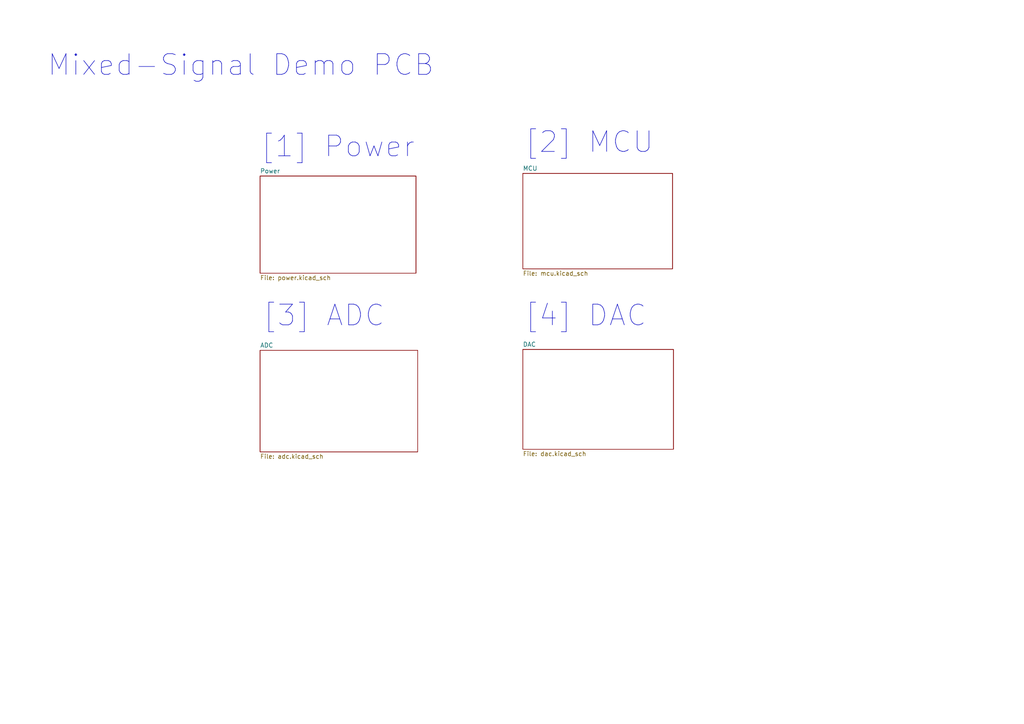
<source format=kicad_sch>
(kicad_sch
	(version 20231120)
	(generator "eeschema")
	(generator_version "8.0")
	(uuid "dc1e796d-d6ca-4eeb-b725-72531775b7cc")
	(paper "A4")
	(title_block
		(title "Mixed-Signal Demo PCB")
		(date "2024-07-31")
		(rev "0.1")
		(company "Ricardo Cárdenes")
	)
	(lib_symbols)
	(text "[2] MCU"
		(exclude_from_sim no)
		(at 170.942 41.402 0)
		(effects
			(font
				(size 6 6)
			)
		)
		(uuid "0370b6ca-77c1-4f15-a193-641930da01fe")
	)
	(text "[1] Power"
		(exclude_from_sim no)
		(at 98.044 42.672 0)
		(effects
			(font
				(size 6 6)
			)
		)
		(uuid "2b486cde-d811-4c87-8fa4-47d7a716170b")
	)
	(text "[3] ADC"
		(exclude_from_sim no)
		(at 93.98 91.694 0)
		(effects
			(font
				(size 6 6)
			)
		)
		(uuid "904a6add-6cd4-48b7-8e01-32e55ee65116")
	)
	(text "[4] DAC"
		(exclude_from_sim no)
		(at 169.926 91.694 0)
		(effects
			(font
				(size 6 6)
			)
		)
		(uuid "9fc89df4-9f6e-45e9-894c-380c7714ee2d")
	)
	(text "Mixed-Signal Demo PCB"
		(exclude_from_sim no)
		(at 69.85 19.05 0)
		(effects
			(font
				(face "KiCad Font")
				(size 6 6)
			)
		)
		(uuid "f591b0b2-7ef8-4a91-8e61-18effd7813b1")
	)
	(sheet
		(at 151.638 50.292)
		(size 43.434 27.686)
		(fields_autoplaced yes)
		(stroke
			(width 0.1524)
			(type solid)
		)
		(fill
			(color 0 0 0 0.0000)
		)
		(uuid "60576906-eb66-49e0-a3d8-17c57ae5d0d1")
		(property "Sheetname" "MCU"
			(at 151.638 49.5804 0)
			(effects
				(font
					(size 1.27 1.27)
				)
				(justify left bottom)
			)
		)
		(property "Sheetfile" "mcu.kicad_sch"
			(at 151.638 78.5626 0)
			(effects
				(font
					(size 1.27 1.27)
				)
				(justify left top)
			)
		)
		(instances
			(project "Mixed-Signal_Demo_PCB"
				(path "/dc1e796d-d6ca-4eeb-b725-72531775b7cc"
					(page "3")
				)
			)
		)
	)
	(sheet
		(at 75.438 51.054)
		(size 45.212 28.194)
		(fields_autoplaced yes)
		(stroke
			(width 0.1524)
			(type solid)
		)
		(fill
			(color 0 0 0 0.0000)
		)
		(uuid "7ba06b49-f2ae-4497-89b4-0ed72ab8952b")
		(property "Sheetname" "Power"
			(at 75.438 50.3424 0)
			(effects
				(font
					(size 1.27 1.27)
				)
				(justify left bottom)
			)
		)
		(property "Sheetfile" "power.kicad_sch"
			(at 75.438 79.8326 0)
			(effects
				(font
					(size 1.27 1.27)
				)
				(justify left top)
			)
		)
		(instances
			(project "Mixed-Signal_Demo_PCB"
				(path "/dc1e796d-d6ca-4eeb-b725-72531775b7cc"
					(page "2")
				)
			)
		)
	)
	(sheet
		(at 75.438 101.6)
		(size 45.72 29.464)
		(fields_autoplaced yes)
		(stroke
			(width 0.1524)
			(type solid)
		)
		(fill
			(color 0 0 0 0.0000)
		)
		(uuid "7cf41227-be89-49df-86ef-19baaab3eebc")
		(property "Sheetname" "ADC"
			(at 75.438 100.8884 0)
			(effects
				(font
					(size 1.27 1.27)
				)
				(justify left bottom)
			)
		)
		(property "Sheetfile" "adc.kicad_sch"
			(at 75.438 131.6486 0)
			(effects
				(font
					(size 1.27 1.27)
				)
				(justify left top)
			)
		)
		(instances
			(project "Mixed-Signal_Demo_PCB"
				(path "/dc1e796d-d6ca-4eeb-b725-72531775b7cc"
					(page "4")
				)
			)
		)
	)
	(sheet
		(at 151.638 101.346)
		(size 43.688 28.956)
		(fields_autoplaced yes)
		(stroke
			(width 0.1524)
			(type solid)
		)
		(fill
			(color 0 0 0 0.0000)
		)
		(uuid "cf59f8c7-acda-4edc-bf31-7ffb2d25aeb8")
		(property "Sheetname" "DAC"
			(at 151.638 100.6344 0)
			(effects
				(font
					(size 1.27 1.27)
				)
				(justify left bottom)
			)
		)
		(property "Sheetfile" "dac.kicad_sch"
			(at 151.638 130.8866 0)
			(effects
				(font
					(size 1.27 1.27)
				)
				(justify left top)
			)
		)
		(instances
			(project "Mixed-Signal_Demo_PCB"
				(path "/dc1e796d-d6ca-4eeb-b725-72531775b7cc"
					(page "5")
				)
			)
		)
	)
	(sheet_instances
		(path "/"
			(page "1")
		)
	)
)

</source>
